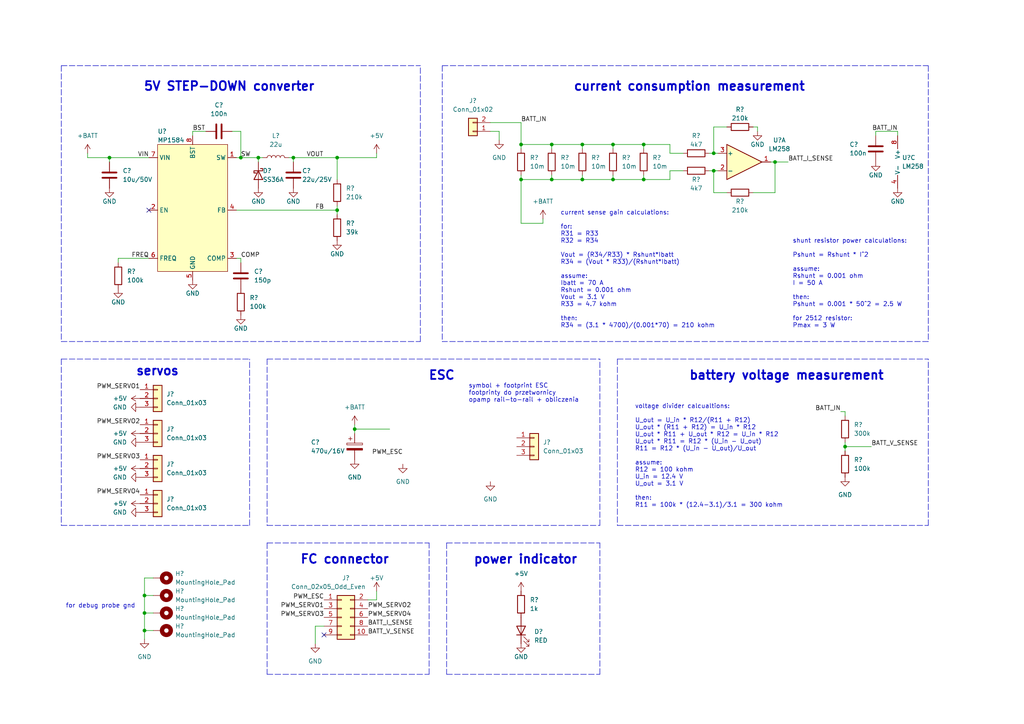
<source format=kicad_sch>
(kicad_sch (version 20211123) (generator eeschema)
  (paper "A4")
  (lib_symbols
    (symbol "Amplifier_Operational:LM358" (pin_names (offset 0.127))
      (property "Reference" "U" (at 0 5.08 0))
      (property "Value" "LM358" (at 0 -5.08 0))
      (symbol "LM358_1_1"
        (polyline (pts (xy -5.08 5.08) (xy 5.08 0) (xy -5.08 -5.08) (xy -5.08 5.08)) (stroke (width 0.254)) (fill (type background)))
        (pin output line (at 7.62 0 180) (length 2.54) (name "~") (number "1"))
        (pin input line (at -7.62 -2.54 0) (length 2.54) (name "-") (number "2"))
        (pin input line (at -7.62 2.54 0) (length 2.54) (name "+") (number "3"))
      )
      (symbol "LM358_2_1"
        (polyline (pts (xy -5.08 5.08) (xy 5.08 0) (xy -5.08 -5.08) (xy -5.08 5.08)) (stroke (width 0.254)) (fill (type background)))
        (pin input line (at -7.62 2.54 0) (length 2.54) (name "+") (number "5"))
        (pin input line (at -7.62 -2.54 0) (length 2.54) (name "-") (number "6"))
        (pin output line (at 7.62 0 180) (length 2.54) (name "~") (number "7"))
      )
      (symbol "LM358_3_1"
        (pin power_in line (at -2.54 -7.62 90) (length 3.81) (name "V-") (number "4"))
        (pin power_in line (at -2.54 7.62 270) (length 3.81) (name "V+") (number "8"))
      )
    )
    (symbol "Connector_Generic:Conn_01x02" (pin_names (offset 1.016) hide)
      (property "Reference" "J" (at 0 2.54 0))
      (property "Value" "Conn_01x02" (at 0 -5.08 0))
      (symbol "Conn_01x02_1_1"
        (rectangle (start -1.27 -2.413) (end 0 -2.667) (stroke (width 0.1524)))
        (rectangle (start -1.27 0.127) (end 0 -0.127) (stroke (width 0.1524)))
        (rectangle (start -1.27 1.27) (end 1.27 -3.81) (stroke (width 0.254)) (fill (type background)))
        (pin passive line (at -5.08 0 0) (length 3.81) (name "Pin_1") (number "1"))
        (pin passive line (at -5.08 -2.54 0) (length 3.81) (name "Pin_2") (number "2"))
      )
    )
    (symbol "Connector_Generic:Conn_01x03" (pin_names (offset 1.016) hide)
      (property "Reference" "J" (at 0 5.08 0))
      (property "Value" "Conn_01x03" (at 0 -5.08 0))
      (symbol "Conn_01x03_1_1"
        (rectangle (start -1.27 -2.413) (end 0 -2.667) (stroke (width 0.1524)))
        (rectangle (start -1.27 0.127) (end 0 -0.127) (stroke (width 0.1524)))
        (rectangle (start -1.27 2.667) (end 0 2.413) (stroke (width 0.1524)))
        (rectangle (start -1.27 3.81) (end 1.27 -3.81) (stroke (width 0.254)) (fill (type background)))
        (pin passive line (at -5.08 2.54 0) (length 3.81) (name "Pin_1") (number "1"))
        (pin passive line (at -5.08 0 0) (length 3.81) (name "Pin_2") (number "2"))
        (pin passive line (at -5.08 -2.54 0) (length 3.81) (name "Pin_3") (number "3"))
      )
    )
    (symbol "Connector_Generic:Conn_02x05_Odd_Even" (pin_names (offset 1.016) hide)
      (property "Reference" "J" (at 1.27 7.62 0))
      (property "Value" "Conn_02x05_Odd_Even" (at 1.27 -7.62 0))
      (symbol "Conn_02x05_Odd_Even_1_1"
        (rectangle (start -1.27 -4.953) (end 0 -5.207) (stroke (width 0.1524)))
        (rectangle (start -1.27 -2.413) (end 0 -2.667) (stroke (width 0.1524)))
        (rectangle (start -1.27 0.127) (end 0 -0.127) (stroke (width 0.1524)))
        (rectangle (start -1.27 2.667) (end 0 2.413) (stroke (width 0.1524)))
        (rectangle (start -1.27 5.207) (end 0 4.953) (stroke (width 0.1524)))
        (rectangle (start -1.27 6.35) (end 3.81 -6.35) (stroke (width 0.254)) (fill (type background)))
        (rectangle (start 3.81 -4.953) (end 2.54 -5.207) (stroke (width 0.1524)))
        (rectangle (start 3.81 -2.413) (end 2.54 -2.667) (stroke (width 0.1524)))
        (rectangle (start 3.81 0.127) (end 2.54 -0.127) (stroke (width 0.1524)))
        (rectangle (start 3.81 2.667) (end 2.54 2.413) (stroke (width 0.1524)))
        (rectangle (start 3.81 5.207) (end 2.54 4.953) (stroke (width 0.1524)))
        (pin passive line (at -5.08 5.08 0) (length 3.81) (name "Pin_1") (number "1"))
        (pin passive line (at 7.62 -5.08 180) (length 3.81) (name "Pin_10") (number "10"))
        (pin passive line (at 7.62 5.08 180) (length 3.81) (name "Pin_2") (number "2"))
        (pin passive line (at -5.08 2.54 0) (length 3.81) (name "Pin_3") (number "3"))
        (pin passive line (at 7.62 2.54 180) (length 3.81) (name "Pin_4") (number "4"))
        (pin passive line (at -5.08 0 0) (length 3.81) (name "Pin_5") (number "5"))
        (pin passive line (at 7.62 0 180) (length 3.81) (name "Pin_6") (number "6"))
        (pin passive line (at -5.08 -2.54 0) (length 3.81) (name "Pin_7") (number "7"))
        (pin passive line (at 7.62 -2.54 180) (length 3.81) (name "Pin_8") (number "8"))
        (pin passive line (at -5.08 -5.08 0) (length 3.81) (name "Pin_9") (number "9"))
      )
    )
    (symbol "Device:C" (pin_numbers hide) (pin_names (offset 0.254))
      (property "Reference" "C" (at 0.635 2.54 0))
      (property "Value" "C" (at 0.635 -2.54 0))
      (symbol "C_0_1"
        (polyline (pts (xy -2.032 -0.762) (xy 2.032 -0.762)) (stroke (width 0.508)))
        (polyline (pts (xy -2.032 0.762) (xy 2.032 0.762)) (stroke (width 0.508)))
      )
      (symbol "C_1_1"
        (pin passive line (at 0 3.81 270) (length 2.794) (name "~") (number "1"))
        (pin passive line (at 0 -3.81 90) (length 2.794) (name "~") (number "2"))
      )
    )
    (symbol "Device:C_Polarized" (pin_numbers hide) (pin_names (offset 0.254))
      (property "Reference" "C" (at 0.635 2.54 0))
      (property "Value" "C_Polarized" (at 0.635 -2.54 0))
      (symbol "C_Polarized_0_1"
        (rectangle (start -2.286 0.508) (end 2.286 1.016))
        (polyline (pts (xy -1.778 2.286) (xy -0.762 2.286)))
        (polyline (pts (xy -1.27 2.794) (xy -1.27 1.778)))
        (rectangle (start 2.286 -0.508) (end -2.286 -1.016) (fill (type outline)))
      )
      (symbol "C_Polarized_1_1"
        (pin passive line (at 0 3.81 270) (length 2.794) (name "~") (number "1"))
        (pin passive line (at 0 -3.81 90) (length 2.794) (name "~") (number "2"))
      )
    )
    (symbol "Device:D_Schottky" (pin_numbers hide) (pin_names (offset 1.016) hide)
      (property "Reference" "D" (at 0 2.54 0))
      (property "Value" "D_Schottky" (at 0 -2.54 0))
      (symbol "D_Schottky_0_1"
        (polyline (pts (xy 1.27 0) (xy -1.27 0)))
        (polyline (pts (xy 1.27 1.27) (xy 1.27 -1.27) (xy -1.27 0) (xy 1.27 1.27)) (stroke (width 0.254)))
        (polyline (pts (xy -1.905 0.635) (xy -1.905 1.27) (xy -1.27 1.27) (xy -1.27 -1.27) (xy -0.635 -1.27) (xy -0.635 -0.635)) (stroke (width 0.254)))
      )
      (symbol "D_Schottky_1_1"
        (pin passive line (at -3.81 0 0) (length 2.54) (name "K") (number "1"))
        (pin passive line (at 3.81 0 180) (length 2.54) (name "A") (number "2"))
      )
    )
    (symbol "Device:L" (pin_numbers hide) (pin_names (offset 1.016) hide)
      (property "Reference" "L" (at -1.27 0 90))
      (property "Value" "L" (at 1.905 0 90))
      (symbol "L_0_1"
        (arc (start 0 -2.54) (mid 0.635 -1.905) (end 0 -1.27))
        (arc (start 0 -1.27) (mid 0.635 -0.635) (end 0 0))
        (arc (start 0 0) (mid 0.635 0.635) (end 0 1.27))
        (arc (start 0 1.27) (mid 0.635 1.905) (end 0 2.54))
      )
      (symbol "L_1_1"
        (pin passive line (at 0 3.81 270) (length 1.27) (name "1") (number "1"))
        (pin passive line (at 0 -3.81 90) (length 1.27) (name "2") (number "2"))
      )
    )
    (symbol "Device:LED" (pin_numbers hide) (pin_names (offset 1.016) hide)
      (property "Reference" "D" (at 0 2.54 0))
      (property "Value" "LED" (at 0 -2.54 0))
      (symbol "LED_0_1"
        (polyline (pts (xy -1.27 -1.27) (xy -1.27 1.27)) (stroke (width 0.254)))
        (polyline (pts (xy -1.27 0) (xy 1.27 0)))
        (polyline (pts (xy 1.27 -1.27) (xy 1.27 1.27) (xy -1.27 0) (xy 1.27 -1.27)) (stroke (width 0.254)))
        (polyline (pts (xy -3.048 -0.762) (xy -4.572 -2.286) (xy -3.81 -2.286) (xy -4.572 -2.286) (xy -4.572 -1.524)))
        (polyline (pts (xy -1.778 -0.762) (xy -3.302 -2.286) (xy -2.54 -2.286) (xy -3.302 -2.286) (xy -3.302 -1.524)))
      )
      (symbol "LED_1_1"
        (pin passive line (at -3.81 0 0) (length 2.54) (name "K") (number "1"))
        (pin passive line (at 3.81 0 180) (length 2.54) (name "A") (number "2"))
      )
    )
    (symbol "Device:R" (pin_numbers hide) (pin_names (offset 0))
      (property "Reference" "R" (at 2.032 0 90))
      (property "Value" "R" (at 0 0 90))
      (symbol "R_0_1"
        (rectangle (start -1.016 -2.54) (end 1.016 2.54) (stroke (width 0.254)))
      )
      (symbol "R_1_1"
        (pin passive line (at 0 3.81 270) (length 1.27) (name "~") (number "1"))
        (pin passive line (at 0 -3.81 90) (length 1.27) (name "~") (number "2"))
      )
    )
    (symbol "Mechanical:MountingHole_Pad" (pin_numbers hide) (pin_names (offset 1.016) hide)
      (property "Reference" "H" (at 0 6.35 0))
      (property "Value" "MountingHole_Pad" (at 0 4.445 0))
      (symbol "MountingHole_Pad_0_1"
        (circle (center 0 1.27) (radius 1.27) (stroke (width 1.27)))
      )
      (symbol "MountingHole_Pad_1_1"
        (pin input line (at 0 -2.54 90) (length 2.54) (name "1") (number "1"))
      )
    )
    (symbol "goose:MP1584"
      (property "Reference" "U" (at 6.985 22.225 0))
      (property "Value" "MP1584" (at 7.62 20.32 0))
      (symbol "MP1584_0_1"
        (rectangle (start -10.16 19.05) (end 10.16 -17.78) (fill (type background)))
      )
      (symbol "MP1584_1_1"
        (pin passive line (at 12.7 15.24 180) (length 2.54) (name "SW") (number "1"))
        (pin passive line (at -12.7 0 0) (length 2.54) (name "EN") (number "2"))
        (pin passive line (at 12.7 -13.97 180) (length 2.54) (name "COMP") (number "3"))
        (pin passive line (at 12.7 0 180) (length 2.54) (name "FB") (number "4"))
        (pin passive line (at 0 -20.32 90) (length 2.54) (name "GND") (number "5"))
        (pin passive line (at -12.7 -13.97 0) (length 2.54) (name "FREQ") (number "6"))
        (pin passive line (at -12.7 15.24 0) (length 2.54) (name "VIN") (number "7"))
        (pin passive line (at 0 21.59 270) (length 2.54) (name "BST") (number "8"))
      )
    )
    (symbol "power:+5V" (power) (pin_names (offset 0))
      (property "Value" "+5V" (at 0 3.556 0))
      (symbol "+5V_0_1"
        (polyline (pts (xy -0.762 1.27) (xy 0 2.54)))
        (polyline (pts (xy 0 0) (xy 0 2.54)))
        (polyline (pts (xy 0 2.54) (xy 0.762 1.27)))
      )
      (symbol "+5V_1_1"
        (pin power_in line (at 0 0 90) (length 0) hide (name "+5V") (number "1"))
      )
    )
    (symbol "power:+BATT" (power) (pin_names (offset 0))
      (property "Value" "+BATT" (at 0 3.556 0))
      (symbol "+BATT_0_1"
        (polyline (pts (xy -0.762 1.27) (xy 0 2.54)))
        (polyline (pts (xy 0 0) (xy 0 2.54)))
        (polyline (pts (xy 0 2.54) (xy 0.762 1.27)))
      )
      (symbol "+BATT_1_1"
        (pin power_in line (at 0 0 90) (length 0) hide (name "+BATT") (number "1"))
      )
    )
    (symbol "power:GND" (power) (pin_names (offset 0))
      (property "Value" "GND" (at 0 -3.81 0))
      (symbol "GND_0_1"
        (polyline (pts (xy 0 0) (xy 0 -1.27) (xy 1.27 -1.27) (xy 0 -2.54) (xy -1.27 -1.27) (xy 0 -1.27)))
      )
      (symbol "GND_1_1"
        (pin power_in line (at 0 0 270) (length 0) hide (name "GND") (number "1"))
      )
    )
  )
  (junction (at 177.8 52.07))
  (junction (at 186.69 41.91))
  (junction (at 41.91 172.72))
  (junction (at 245.11 129.54))
  (junction (at 160.02 41.91))
  (junction (at 160.02 52.07))
  (junction (at 41.91 177.8))
  (junction (at 97.79 45.72))
  (junction (at 151.13 41.91))
  (junction (at 69.85 45.72))
  (junction (at 74.93 45.72))
  (junction (at 168.91 41.91))
  (junction (at 41.91 182.88))
  (junction (at 151.13 52.07))
  (junction (at 207.01 44.45))
  (junction (at 168.91 52.07))
  (junction (at 186.69 52.07))
  (junction (at 97.79 60.96))
  (junction (at 224.79 46.99))
  (junction (at 102.87 124.46))
  (junction (at 85.09 45.72))
  (junction (at 177.8 41.91))
  (junction (at 207.01 49.53))
  (junction (at 31.75 45.72))
  (no_connect (at 43.18 60.96))
  (no_connect (at 93.98 184.15))
  (wire (pts (xy 142.24 38.1) (xy 144.78 38.1)))
  (polyline (pts (xy 128.27 19.05) (xy 269.24 19.05)))
  (wire (pts (xy 224.79 46.99) (xy 228.6 46.99)))
  (wire (pts (xy 207.01 44.45) (xy 208.28 44.45)))
  (wire (pts (xy 69.85 45.72) (xy 74.93 45.72)))
  (wire (pts (xy 168.91 41.91) (xy 160.02 41.91)))
  (polyline (pts (xy 269.24 99.06) (xy 128.27 99.06)))
  (wire (pts (xy 207.01 49.53) (xy 208.28 49.53)))
  (polyline (pts (xy 124.46 195.58) (xy 124.46 157.48)))
  (wire (pts (xy 68.58 60.96) (xy 97.79 60.96)))
  (wire (pts (xy 41.91 182.88) (xy 44.45 182.88)))
  (wire (pts (xy 177.8 41.91) (xy 177.8 43.18)))
  (polyline (pts (xy 179.07 152.4) (xy 269.24 152.4)))
  (polyline (pts (xy 77.47 104.14) (xy 77.47 152.4)))
  (wire (pts (xy 160.02 41.91) (xy 160.02 43.18)))
  (polyline (pts (xy 129.54 157.48) (xy 173.99 157.48)))
  (polyline (pts (xy 128.27 19.05) (xy 128.27 99.06)))
  (wire (pts (xy 25.4 45.72) (xy 31.75 45.72)))
  (polyline (pts (xy 17.78 19.05) (xy 17.78 99.06)))
  (wire (pts (xy 102.87 124.46) (xy 113.03 124.46)))
  (wire (pts (xy 68.58 74.93) (xy 69.85 74.93)))
  (wire (pts (xy 219.71 36.83) (xy 218.44 36.83)))
  (polyline (pts (xy 17.78 104.14) (xy 72.39 104.14)))
  (wire (pts (xy 168.91 41.91) (xy 168.91 43.18)))
  (wire (pts (xy 151.13 52.07) (xy 160.02 52.07)))
  (wire (pts (xy 160.02 52.07) (xy 168.91 52.07)))
  (wire (pts (xy 109.22 45.72) (xy 97.79 45.72)))
  (wire (pts (xy 102.87 123.19) (xy 102.87 124.46)))
  (polyline (pts (xy 77.47 157.48) (xy 77.47 195.58)))
  (wire (pts (xy 207.01 49.53) (xy 207.01 55.88)))
  (wire (pts (xy 106.68 173.99) (xy 109.22 173.99)))
  (wire (pts (xy 260.35 38.1) (xy 260.35 39.37)))
  (wire (pts (xy 194.31 52.07) (xy 194.31 49.53)))
  (wire (pts (xy 168.91 50.8) (xy 168.91 52.07)))
  (polyline (pts (xy 129.54 157.48) (xy 129.54 195.58)))
  (wire (pts (xy 186.69 52.07) (xy 194.31 52.07)))
  (wire (pts (xy 91.44 181.61) (xy 93.98 181.61)))
  (wire (pts (xy 41.91 172.72) (xy 44.45 172.72)))
  (wire (pts (xy 74.93 45.72) (xy 76.2 45.72)))
  (polyline (pts (xy 179.07 104.14) (xy 269.24 104.14)))
  (polyline (pts (xy 173.99 195.58) (xy 173.99 157.48)))
  (wire (pts (xy 245.11 129.54) (xy 245.11 130.81)))
  (wire (pts (xy 186.69 41.91) (xy 177.8 41.91)))
  (wire (pts (xy 160.02 50.8) (xy 160.02 52.07)))
  (wire (pts (xy 243.84 119.38) (xy 245.11 119.38)))
  (wire (pts (xy 41.91 177.8) (xy 44.45 177.8)))
  (wire (pts (xy 31.75 45.72) (xy 31.75 46.99)))
  (wire (pts (xy 177.8 52.07) (xy 186.69 52.07)))
  (polyline (pts (xy 17.78 152.4) (xy 72.39 152.4)))
  (wire (pts (xy 85.09 45.72) (xy 97.79 45.72)))
  (wire (pts (xy 186.69 41.91) (xy 186.69 43.18)))
  (wire (pts (xy 151.13 41.91) (xy 151.13 43.18)))
  (wire (pts (xy 69.85 38.1) (xy 69.85 45.72)))
  (wire (pts (xy 260.35 38.1) (xy 254 38.1)))
  (wire (pts (xy 207.01 55.88) (xy 210.82 55.88)))
  (wire (pts (xy 144.78 40.64) (xy 144.78 38.1)))
  (wire (pts (xy 69.85 74.93) (xy 69.85 76.2)))
  (polyline (pts (xy 17.78 99.06) (xy 121.92 99.06)))
  (wire (pts (xy 160.02 41.91) (xy 151.13 41.91)))
  (wire (pts (xy 31.75 45.72) (xy 43.18 45.72)))
  (wire (pts (xy 157.48 64.77) (xy 157.48 63.5)))
  (wire (pts (xy 186.69 50.8) (xy 186.69 52.07)))
  (wire (pts (xy 97.79 45.72) (xy 97.79 52.07)))
  (wire (pts (xy 83.82 45.72) (xy 85.09 45.72)))
  (polyline (pts (xy 77.47 195.58) (xy 124.46 195.58)))
  (wire (pts (xy 207.01 36.83) (xy 210.82 36.83)))
  (wire (pts (xy 194.31 44.45) (xy 198.12 44.45)))
  (polyline (pts (xy 173.99 152.4) (xy 173.99 104.14)))
  (polyline (pts (xy 269.24 19.05) (xy 269.24 99.06)))
  (wire (pts (xy 41.91 182.88) (xy 41.91 177.8)))
  (wire (pts (xy 194.31 49.53) (xy 198.12 49.53)))
  (wire (pts (xy 85.09 45.72) (xy 85.09 46.99)))
  (wire (pts (xy 254 38.1) (xy 254 39.37)))
  (wire (pts (xy 245.11 119.38) (xy 245.11 120.65)))
  (polyline (pts (xy 77.47 152.4) (xy 173.99 152.4)))
  (wire (pts (xy 142.24 35.56) (xy 151.13 35.56)))
  (wire (pts (xy 109.22 173.99) (xy 109.22 171.45)))
  (wire (pts (xy 218.44 55.88) (xy 224.79 55.88)))
  (wire (pts (xy 224.79 46.99) (xy 223.52 46.99)))
  (wire (pts (xy 102.87 124.46) (xy 102.87 125.73)))
  (wire (pts (xy 97.79 60.96) (xy 97.79 59.69)))
  (wire (pts (xy 97.79 60.96) (xy 97.79 62.23)))
  (polyline (pts (xy 269.24 152.4) (xy 269.24 104.14)))
  (wire (pts (xy 41.91 172.72) (xy 41.91 167.64)))
  (wire (pts (xy 34.29 74.93) (xy 43.18 74.93)))
  (wire (pts (xy 68.58 45.72) (xy 69.85 45.72)))
  (wire (pts (xy 41.91 167.64) (xy 44.45 167.64)))
  (polyline (pts (xy 77.47 157.48) (xy 124.46 157.48)))
  (wire (pts (xy 55.88 38.1) (xy 59.69 38.1)))
  (wire (pts (xy 194.31 41.91) (xy 194.31 44.45)))
  (wire (pts (xy 205.74 44.45) (xy 207.01 44.45)))
  (wire (pts (xy 34.29 76.2) (xy 34.29 74.93)))
  (wire (pts (xy 245.11 129.54) (xy 252.73 129.54)))
  (wire (pts (xy 177.8 50.8) (xy 177.8 52.07)))
  (polyline (pts (xy 72.39 152.4) (xy 72.39 104.14)))
  (wire (pts (xy 25.4 44.45) (xy 25.4 45.72)))
  (polyline (pts (xy 179.07 104.14) (xy 179.07 152.4)))
  (polyline (pts (xy 17.78 19.05) (xy 121.92 19.05)))
  (wire (pts (xy 177.8 41.91) (xy 168.91 41.91)))
  (polyline (pts (xy 77.47 104.14) (xy 173.99 104.14)))
  (wire (pts (xy 168.91 52.07) (xy 177.8 52.07)))
  (wire (pts (xy 151.13 50.8) (xy 151.13 52.07)))
  (wire (pts (xy 41.91 177.8) (xy 41.91 172.72)))
  (wire (pts (xy 151.13 52.07) (xy 151.13 64.77)))
  (wire (pts (xy 224.79 55.88) (xy 224.79 46.99)))
  (wire (pts (xy 109.22 44.45) (xy 109.22 45.72)))
  (wire (pts (xy 67.31 38.1) (xy 69.85 38.1)))
  (polyline (pts (xy 121.92 99.06) (xy 121.92 19.05)))
  (wire (pts (xy 41.91 185.42) (xy 41.91 182.88)))
  (wire (pts (xy 55.88 39.37) (xy 55.88 38.1)))
  (wire (pts (xy 186.69 41.91) (xy 194.31 41.91)))
  (wire (pts (xy 91.44 181.61) (xy 91.44 186.69)))
  (wire (pts (xy 205.74 49.53) (xy 207.01 49.53)))
  (wire (pts (xy 151.13 64.77) (xy 157.48 64.77)))
  (wire (pts (xy 245.11 128.27) (xy 245.11 129.54)))
  (polyline (pts (xy 17.78 104.14) (xy 17.78 152.4)))
  (wire (pts (xy 151.13 35.56) (xy 151.13 41.91)))
  (wire (pts (xy 219.71 38.1) (xy 219.71 36.83)))
  (wire (pts (xy 207.01 44.45) (xy 207.01 36.83)))
  (polyline (pts (xy 129.54 195.58) (xy 173.99 195.58)))
  (wire (pts (xy 74.93 45.72) (xy 74.93 46.99)))
  (text "symbol + footprint ESC\nfootprinty do przetwornicy\nopamp rail-to-rail + obliczenia" (at 135.89 116.84 0) (effects (font (size 1.27 1.27)) (justify left bottom)))
  (text "shunt resistor power calculations:\n\nPshunt = Rshunt * I^2\n\nassume:\nRshunt = 0.001 ohm\nI = 50 A\n\nthen:\nPshunt = 0.001 * 50^2 = 2.5 W\n\nfor 2512 resistor:\nPmax = 3 W \n" (at 229.87 95.25 0) (effects (font (size 1.27 1.27)) (justify left bottom)))
  (text "FC connector" (at 113.03 163.83 180) (effects (font (size 2.54 2.54) (thickness 0.508) bold) (justify right bottom)))
  (text "current consumption measurement" (at 233.68 26.67 180) (effects (font (size 2.54 2.54) (thickness 0.508) bold) (justify right bottom)))
  (text "ESC" (at 132.08 110.49 180) (effects (font (size 2.54 2.54) (thickness 0.508) bold) (justify right bottom)))
  (text "for debug probe gnd\n" (at 19.05 176.53 0) (effects (font (size 1.27 1.27)) (justify left bottom)))
  (text "power indicator" (at 167.64 163.83 180) (effects (font (size 2.54 2.54) (thickness 0.508) bold) (justify right bottom)))
  (text "5V STEP-DOWN converter" (at 91.44 26.67 180) (effects (font (size 2.54 2.54) (thickness 0.508) bold) (justify right bottom)))
  (text "servos" (at 52.07 109.22 180) (effects (font (size 2.54 2.54) (thickness 0.508) bold) (justify right bottom)))
  (text "current sense gain calculations:\n\nfor:\nR31 = R33\nR32 = R34\n\nVout = (R34/R33) * Rshunt*Ibatt\nR34 = (Vout * R33)/(Rshunt*Ibatt)\n\nassume:\nIbatt = 70 A\nRshunt = 0.001 ohm\nVout = 3.1 V\nR33 = 4.7 kohm\n\nthen:\nR34 = (3.1 * 4700)/(0.001*70) = 210 kohm" (at 162.56 95.25 0) (effects (font (size 1.27 1.27)) (justify left bottom)))
  (text "voltage divider calcualtions:\n\nU_out = U_in * R12/(R11 + R12)\nU_out * (R11 + R12) = U_in * R12\nU_out * R11 + U_out * R12 = U_in * R12\nU_out * R11 = R12 * (U_in - U_out)\nR11 = R12 * (U_in - U_out)/U_out\n\nassume:\nR12 = 100 kohm\nU_in = 12.4 V\nU_out = 3.1 V\n\nthen:\nR11 = 100k * (12.4-3.1)/3.1 = 300 kohm" (at 184.15 147.32 0) (effects (font (size 1.27 1.27)) (justify left bottom)))
  (text "battery voltage measurement" (at 256.54 110.49 180) (effects (font (size 2.54 2.54) (thickness 0.508) bold) (justify right bottom)))
  (label "BATT_IN" (at 260.35 38.1 180))
  (label "PWM_SERVO2" (at 106.68 176.53 0))
  (label "BATT_IN" (at 151.13 35.56 0))
  (label "FB" (at 91.44 60.96 0))
  (label "PWM_SERVO1" (at 40.64 113.03 180))
  (label "VOUT" (at 88.9 45.72 0))
  (label "PWM_SERVO1" (at 93.98 176.53 180))
  (label "VIN" (at 43.18 45.72 180))
  (label "PWM_ESC" (at 116.84 132.08 180))
  (label "BATT_IN" (at 243.84 119.38 180))
  (label "SW" (at 69.85 45.72 0))
  (label "PWM_SERVO2" (at 40.64 123.19 180))
  (label "PWM_SERVO4" (at 40.64 143.51 180))
  (label "COMP" (at 69.85 74.93 0))
  (label "BATT_V_SENSE" (at 252.73 129.54 0))
  (label "PWM_ESC" (at 93.98 173.99 180))
  (label "BATT_I_SENSE" (at 106.68 181.61 0))
  (label "FREQ" (at 43.18 74.93 180))
  (label "BATT_V_SENSE" (at 106.68 184.15 0))
  (label "PWM_SERVO3" (at 93.98 179.07 180))
  (label "BATT_I_SENSE" (at 228.6 46.99 0))
  (label "BST" (at 55.88 38.1 0))
  (label "PWM_SERVO3" (at 40.64 133.35 180))
  (label "PWM_SERVO4" (at 106.68 179.07 0))
  (symbol (lib_id "Mechanical:MountingHole_Pad") (at 46.99 182.88 270) (unit 1)
    (property "Reference" "H?" (at 50.8 181.6099 90) (effects (justify left)))
    (property "Value" "MountingHole_Pad" (at 50.8 184.1499 90) (effects (justify left)))
    (property "Footprint" "MountingHole:MountingHole_3.2mm_M3_Pad_Via" (effects hide))
  )
  (symbol (lib_id "power:+5V") (at 40.64 135.89 90) (unit 1)
    (property "Reference" "#PWR?" (effects hide))
    (property "Value" "+5V" (at 36.83 135.89 90) (effects (justify left)))
  )
  (symbol (lib_id "power:GND") (at 55.88 81.28 0) (unit 1)
    (property "Reference" "#PWR?" (effects hide))
    (property "Value" "GND" (at 55.88 85.09 0))
  )
  (symbol (lib_id "Device:R") (at 160.02 46.99 180) (unit 1)
    (property "Reference" "R?" (at 162.56 45.7199 0) (effects (justify right)))
    (property "Value" "10m" (at 162.56 48.2599 0) (effects (justify right)))
    (property "Footprint" "Resistor_SMD:R_2512_6332Metric" (effects hide))
  )
  (symbol (lib_id "Connector_Generic:Conn_01x03") (at 45.72 115.57 0) (unit 1)
    (property "Reference" "J?" (at 48.26 114.2999 0) (effects (justify left)))
    (property "Value" "Conn_01x03" (at 48.26 116.8399 0) (effects (justify left)))
  )
  (symbol (lib_id "power:GND") (at 260.35 54.61 0) (unit 1)
    (property "Reference" "#PWR?" (effects hide))
    (property "Value" "GND" (at 260.35 58.42 0))
  )
  (symbol (lib_id "Mechanical:MountingHole_Pad") (at 46.99 172.72 270) (unit 1)
    (property "Reference" "H?" (at 50.8 171.4499 90) (effects (justify left)))
    (property "Value" "MountingHole_Pad" (at 50.8 173.9899 90) (effects (justify left)))
    (property "Footprint" "MountingHole:MountingHole_3.2mm_M3_Pad_Via" (effects hide))
  )
  (symbol (lib_id "Device:R") (at 97.79 55.88 180) (unit 1)
    (property "Reference" "R?" (at 100.33 54.6099 0) (effects (justify right)))
    (property "Value" "210k" (at 100.33 57.1499 0) (effects (justify right)))
    (property "Footprint" "Resistor_SMD:R_0603_1608Metric" (effects hide))
  )
  (symbol (lib_id "Device:R") (at 245.11 124.46 0) (unit 1)
    (property "Reference" "R?" (at 247.65 123.1899 0) (effects (justify left)))
    (property "Value" "300k" (at 247.65 125.7299 0) (effects (justify left)))
    (property "Footprint" "Resistor_SMD:R_0603_1608Metric" (effects hide))
  )
  (symbol (lib_id "Mechanical:MountingHole_Pad") (at 46.99 177.8 270) (unit 1)
    (property "Reference" "H?" (at 50.8 176.5299 90) (effects (justify left)))
    (property "Value" "MountingHole_Pad" (at 50.8 179.0699 90) (effects (justify left)))
    (property "Footprint" "MountingHole:MountingHole_3.2mm_M3_Pad_Via" (effects hide))
  )
  (symbol (lib_id "Device:R") (at 168.91 46.99 180) (unit 1)
    (property "Reference" "R?" (at 171.45 45.7199 0) (effects (justify right)))
    (property "Value" "10m" (at 171.45 48.2599 0) (effects (justify right)))
    (property "Footprint" "Resistor_SMD:R_2512_6332Metric" (effects hide))
  )
  (symbol (lib_id "Device:R") (at 177.8 46.99 180) (unit 1)
    (property "Reference" "R?" (at 180.34 45.7199 0) (effects (justify right)))
    (property "Value" "10m" (at 180.34 48.2599 0) (effects (justify right)))
    (property "Footprint" "Resistor_SMD:R_2512_6332Metric" (effects hide))
  )
  (symbol (lib_id "Amplifier_Operational:LM358") (at 215.9 46.99 0) (unit 1)
    (property "Reference" "U?" (at 226.06 40.64 0))
    (property "Value" "LM258" (at 226.06 43.18 0))
    (property "Footprint" "Package_SO:SOIC-8_3.9x4.9mm_P1.27mm" (effects hide))
    (property "Datasheet" "http://www.ti.com/lit/ds/symlink/lm2904-n.pdf" (effects hide))
  )
  (symbol (lib_id "power:GND") (at 151.13 186.69 0) (unit 1)
    (property "Reference" "#PWR?" (effects hide))
    (property "Value" "GND" (at 151.13 190.5 0))
  )
  (symbol (lib_id "Device:R") (at 151.13 175.26 0) (unit 1)
    (property "Reference" "R?" (at 153.67 173.9899 0) (effects (justify left)))
    (property "Value" "1k" (at 153.67 176.5299 0) (effects (justify left)))
    (property "Footprint" "Resistor_SMD:R_0603_1608Metric" (effects hide))
  )
  (symbol (lib_id "power:GND") (at 69.85 91.44 0) (unit 1)
    (property "Reference" "#PWR?" (effects hide))
    (property "Value" "GND" (at 69.85 95.25 0))
  )
  (symbol (lib_id "Device:R") (at 69.85 87.63 0) (unit 1)
    (property "Reference" "R?" (at 72.39 86.3599 0) (effects (justify left)))
    (property "Value" "100k" (at 72.39 88.8999 0) (effects (justify left)))
    (property "Footprint" "Resistor_SMD:R_0603_1608Metric" (effects hide))
  )
  (symbol (lib_id "power:+BATT") (at 102.87 123.19 0) (unit 1)
    (property "Reference" "#PWR?" (effects hide))
    (property "Value" "+BATT" (at 102.87 118.11 0))
  )
  (symbol (lib_id "Device:C") (at 85.09 50.8 180) (unit 1)
    (property "Reference" "C?" (at 87.63 49.53 0) (effects (justify right)))
    (property "Value" "22u/25V" (at 87.63 52.07 0) (effects (justify right)))
    (property "Footprint" "Capacitor_SMD:C_1206_3216Metric" (effects hide))
  )
  (symbol (lib_id "Device:R") (at 201.93 49.53 90) (unit 1)
    (property "Reference" "R?" (at 201.93 52.07 90))
    (property "Value" "4k7" (at 201.93 54.61 90))
    (property "Footprint" "Resistor_SMD:R_0603_1608Metric" (effects hide))
  )
  (symbol (lib_id "Connector_Generic:Conn_01x03") (at 45.72 125.73 0) (unit 1)
    (property "Reference" "J?" (at 48.26 124.4599 0) (effects (justify left)))
    (property "Value" "Conn_01x03" (at 48.26 126.9999 0) (effects (justify left)))
  )
  (symbol (lib_id "power:GND") (at 97.79 69.85 0) (unit 1)
    (property "Reference" "#PWR?" (effects hide))
    (property "Value" "GND" (at 97.79 73.66 0))
  )
  (symbol (lib_id "power:GND") (at 34.29 83.82 0) (unit 1)
    (property "Reference" "#PWR?" (effects hide))
    (property "Value" "GND" (at 34.29 87.63 0))
  )
  (symbol (lib_id "Connector_Generic:Conn_02x05_Odd_Even") (at 99.06 179.07 0) (unit 1)
    (property "Reference" "J?" (at 100.33 167.64 0))
    (property "Value" "Conn_02x05_Odd_Even" (at 95.25 170.18 0))
    (property "Footprint" "Connector_IDC:IDC-Header_2x05_P2.54mm_Vertical" (effects hide))
  )
  (symbol (lib_id "Device:C_Polarized") (at 102.87 129.54 0) (unit 1)
    (property "Reference" "C?" (at 90.17 128.27 0) (effects (justify left)))
    (property "Value" "470u/16V" (at 90.17 130.81 0) (effects (justify left)))
  )
  (symbol (lib_id "Device:R") (at 214.63 36.83 270) (unit 1)
    (property "Reference" "R?" (at 214.63 31.75 90))
    (property "Value" "210k" (at 214.63 34.29 90))
    (property "Footprint" "Resistor_SMD:R_0603_1608Metric" (effects hide))
  )
  (symbol (lib_id "power:GND") (at 102.87 133.35 0) (unit 1)
    (property "Reference" "#PWR?" (effects hide))
    (property "Value" "GND" (at 102.87 138.43 0))
  )
  (symbol (lib_id "Device:C") (at 63.5 38.1 90) (unit 1)
    (property "Reference" "C?" (at 63.5 30.48 90))
    (property "Value" "100n" (at 63.5 33.02 90))
    (property "Footprint" "Capacitor_SMD:C_0603_1608Metric" (effects hide))
  )
  (symbol (lib_id "power:GND") (at 74.93 54.61 0) (unit 1)
    (property "Reference" "#PWR?" (effects hide))
    (property "Value" "GND" (at 74.93 58.42 0))
  )
  (symbol (lib_id "power:GND") (at 40.64 128.27 270) (unit 1)
    (property "Reference" "#PWR?" (effects hide))
    (property "Value" "GND" (at 36.83 128.27 90) (effects (justify right)))
  )
  (symbol (lib_id "power:GND") (at 41.91 185.42 0) (unit 1)
    (property "Reference" "#PWR?" (effects hide))
    (property "Value" "GND" (at 41.91 190.5 0))
  )
  (symbol (lib_id "power:GND") (at 91.44 186.69 0) (unit 1)
    (property "Reference" "#PWR?" (effects hide))
    (property "Value" "GND" (at 91.44 191.77 0))
  )
  (symbol (lib_id "Device:R") (at 151.13 46.99 180) (unit 1)
    (property "Reference" "R?" (at 153.67 45.7199 0) (effects (justify right)))
    (property "Value" "10m" (at 153.67 48.2599 0) (effects (justify right)))
    (property "Footprint" "Resistor_SMD:R_2512_6332Metric" (effects hide))
  )
  (symbol (lib_id "Device:R") (at 34.29 80.01 0) (unit 1)
    (property "Reference" "R?" (at 36.83 78.7399 0) (effects (justify left)))
    (property "Value" "100k" (at 36.83 81.2799 0) (effects (justify left)))
    (property "Footprint" "Resistor_SMD:R_0603_1608Metric" (effects hide))
  )
  (symbol (lib_id "power:+5V") (at 40.64 115.57 90) (unit 1)
    (property "Reference" "#PWR?" (effects hide))
    (property "Value" "+5V" (at 36.83 115.57 90) (effects (justify left)))
  )
  (symbol (lib_id "Device:D_Schottky") (at 74.93 50.8 270) (unit 1)
    (property "Reference" "D?" (at 76.2 49.53 90) (effects (justify left)))
    (property "Value" "SS36A" (at 76.2 52.07 90) (effects (justify left)))
    (property "Footprint" "Diode_SMD:D_SMA" (effects hide))
  )
  (symbol (lib_id "Amplifier_Operational:LM358") (at 262.89 46.99 0) (unit 3)
    (property "Reference" "U?" (at 261.62 45.7199 0) (effects (justify left)))
    (property "Value" "LM258" (at 261.62 48.2599 0) (effects (justify left)))
    (property "Footprint" "Package_SO:SOIC-8_3.9x4.9mm_P1.27mm" (effects hide))
    (property "Datasheet" "http://www.ti.com/lit/ds/symlink/lm2904-n.pdf" (effects hide))
  )
  (symbol (lib_id "Device:R") (at 214.63 55.88 90) (unit 1)
    (property "Reference" "R?" (at 214.63 58.42 90))
    (property "Value" "210k" (at 214.63 60.96 90))
    (property "Footprint" "Resistor_SMD:R_0603_1608Metric" (effects hide))
  )
  (symbol (lib_id "Device:LED") (at 151.13 182.88 90) (unit 1)
    (property "Reference" "D?" (at 154.94 183.1974 90) (effects (justify right)))
    (property "Value" "RED" (at 154.94 185.7374 90) (effects (justify right)))
    (property "Footprint" "LED_SMD:LED_0603_1608Metric" (effects hide))
  )
  (symbol (lib_id "Connector_Generic:Conn_01x03") (at 45.72 135.89 0) (unit 1)
    (property "Reference" "J?" (at 48.26 134.6199 0) (effects (justify left)))
    (property "Value" "Conn_01x03" (at 48.26 137.1599 0) (effects (justify left)))
  )
  (symbol (lib_id "Device:L") (at 80.01 45.72 90) (unit 1)
    (property "Reference" "L?" (at 80.01 39.37 90))
    (property "Value" "22u" (at 80.01 41.91 90))
    (property "Footprint" "Inductor_SMD:L_12x12mm_H6mm" (effects hide))
  )
  (symbol (lib_id "Device:C") (at 69.85 80.01 0) (unit 1)
    (property "Reference" "C?" (at 73.66 78.7399 0) (effects (justify left)))
    (property "Value" "150p" (at 73.66 81.2799 0) (effects (justify left)))
    (property "Footprint" "Capacitor_SMD:C_0603_1608Metric" (effects hide))
  )
  (symbol (lib_id "power:GND") (at 85.09 54.61 0) (unit 1)
    (property "Reference" "#PWR?" (effects hide))
    (property "Value" "GND" (at 85.09 58.42 0))
  )
  (symbol (lib_id "power:GND") (at 142.24 139.7 0) (unit 1)
    (property "Reference" "#PWR?" (effects hide))
    (property "Value" "GND" (at 142.24 144.78 0))
  )
  (symbol (lib_id "Mechanical:MountingHole_Pad") (at 46.99 167.64 270) (unit 1)
    (property "Reference" "H?" (at 50.8 166.3699 90) (effects (justify left)))
    (property "Value" "MountingHole_Pad" (at 50.8 168.9099 90) (effects (justify left)))
    (property "Footprint" "MountingHole:MountingHole_3.2mm_M3_Pad_Via" (effects hide))
  )
  (symbol (lib_id "power:GND") (at 40.64 138.43 270) (unit 1)
    (property "Reference" "#PWR?" (effects hide))
    (property "Value" "GND" (at 36.83 138.43 90) (effects (justify right)))
  )
  (symbol (lib_id "Connector_Generic:Conn_01x03") (at 45.72 146.05 0) (unit 1)
    (property "Reference" "J?" (at 48.26 144.7799 0) (effects (justify left)))
    (property "Value" "Conn_01x03" (at 48.26 147.3199 0) (effects (justify left)))
  )
  (symbol (lib_id "power:GND") (at 219.71 38.1 0) (unit 1)
    (property "Reference" "#PWR?" (effects hide))
    (property "Value" "GND" (at 219.71 41.91 0))
  )
  (symbol (lib_id "power:GND") (at 40.64 148.59 270) (unit 1)
    (property "Reference" "#PWR?" (effects hide))
    (property "Value" "GND" (at 36.83 148.59 90) (effects (justify right)))
  )
  (symbol (lib_id "power:+5V") (at 40.64 125.73 90) (unit 1)
    (property "Reference" "#PWR?" (effects hide))
    (property "Value" "+5V" (at 36.83 125.73 90) (effects (justify left)))
  )
  (symbol (lib_id "power:+5V") (at 109.22 44.45 0) (unit 1)
    (property "Reference" "#PWR?" (effects hide))
    (property "Value" "+5V" (at 109.22 39.37 0))
  )
  (symbol (lib_id "power:+5V") (at 109.22 171.45 0) (unit 1)
    (property "Reference" "#PWR?" (effects hide))
    (property "Value" "+5V" (at 109.22 167.64 0))
  )
  (symbol (lib_id "power:GND") (at 116.84 134.62 0) (unit 1)
    (property "Reference" "#PWR?" (effects hide))
    (property "Value" "GND" (at 116.84 139.7 0))
  )
  (symbol (lib_id "power:GND") (at 31.75 54.61 0) (unit 1)
    (property "Reference" "#PWR?" (effects hide))
    (property "Value" "GND" (at 31.75 58.42 0))
  )
  (symbol (lib_id "power:GND") (at 254 46.99 0) (unit 1)
    (property "Reference" "#PWR?" (effects hide))
    (property "Value" "GND" (at 254 50.8 0))
  )
  (symbol (lib_id "Device:R") (at 186.69 46.99 180) (unit 1)
    (property "Reference" "R?" (at 189.23 45.7199 0) (effects (justify right)))
    (property "Value" "10m" (at 189.23 48.2599 0) (effects (justify right)))
    (property "Footprint" "Resistor_SMD:R_2512_6332Metric" (effects hide))
  )
  (symbol (lib_id "goose:MP1584") (at 55.88 60.96 0) (unit 1)
    (property "Reference" "U?" (at 45.72 38.1 0) (effects (justify left)))
    (property "Value" "MP1584" (at 45.72 40.64 0) (effects (justify left)))
    (property "Footprint" "Package_SO:SOIC-8-1EP_3.9x4.9mm_P1.27mm_EP2.62x3.51mm_ThermalVias" (effects hide))
  )
  (symbol (lib_id "power:+BATT") (at 157.48 63.5 0) (unit 1)
    (property "Reference" "#PWR?" (effects hide))
    (property "Value" "+BATT" (at 157.48 58.42 0))
  )
  (symbol (lib_id "power:GND") (at 144.78 40.64 0) (unit 1)
    (property "Reference" "#PWR?" (effects hide))
    (property "Value" "GND" (at 144.78 45.72 0))
  )
  (symbol (lib_id "Connector_Generic:Conn_01x02") (at 137.16 38.1 180) (unit 1)
    (property "Reference" "J?" (at 137.16 29.21 0))
    (property "Value" "Conn_01x02" (at 137.16 31.75 0))
    (property "Footprint" "Connector_AMASS:AMASS_XT60-M_1x02_P7.20mm_Vertical" (effects hide))
  )
  (symbol (lib_id "power:+5V") (at 40.64 146.05 90) (unit 1)
    (property "Reference" "#PWR?" (effects hide))
    (property "Value" "+5V" (at 36.83 146.05 90) (effects (justify left)))
  )
  (symbol (lib_id "Device:R") (at 97.79 66.04 180) (unit 1)
    (property "Reference" "R?" (at 100.33 64.7699 0) (effects (justify right)))
    (property "Value" "39k" (at 100.33 67.3099 0) (effects (justify right)))
    (property "Footprint" "Resistor_SMD:R_0603_1608Metric" (effects hide))
  )
  (symbol (lib_id "Device:C") (at 254 43.18 180) (unit 1)
    (property "Reference" "C?" (at 246.38 41.91 0) (effects (justify right)))
    (property "Value" "100n" (at 246.38 44.45 0) (effects (justify right)))
    (property "Footprint" "Capacitor_SMD:C_0603_1608Metric" (effects hide))
  )
  (symbol (lib_id "power:GND") (at 245.11 138.43 0) (unit 1)
    (property "Reference" "#PWR?" (effects hide))
    (property "Value" "GND" (at 245.11 143.51 0))
  )
  (symbol (lib_id "Device:R") (at 201.93 44.45 270) (unit 1)
    (property "Reference" "R?" (at 201.93 39.37 90))
    (property "Value" "4k7" (at 201.93 41.91 90))
    (property "Footprint" "Resistor_SMD:R_0603_1608Metric" (effects hide))
  )
  (symbol (lib_id "power:+5V") (at 151.13 171.45 0) (unit 1)
    (property "Reference" "#PWR?" (effects hide))
    (property "Value" "+5V" (at 151.13 166.37 0))
  )
  (symbol (lib_id "power:+BATT") (at 25.4 44.45 0) (unit 1)
    (property "Reference" "#PWR?" (effects hide))
    (property "Value" "+BATT" (at 25.4 39.37 0))
  )
  (symbol (lib_id "Connector_Generic:Conn_01x03") (at 154.94 129.54 0) (unit 1)
    (property "Reference" "J?" (at 157.48 128.2699 0) (effects (justify left)))
    (property "Value" "Conn_01x03" (at 157.48 130.8099 0) (effects (justify left)))
  )
  (symbol (lib_id "power:GND") (at 40.64 118.11 270) (unit 1)
    (property "Reference" "#PWR?" (effects hide))
    (property "Value" "GND" (at 36.83 118.11 90) (effects (justify right)))
  )
  (symbol (lib_id "Device:R") (at 245.11 134.62 0) (unit 1)
    (property "Reference" "R?" (at 247.65 133.3499 0) (effects (justify left)))
    (property "Value" "100k" (at 247.65 135.8899 0) (effects (justify left)))
    (property "Footprint" "Resistor_SMD:R_0603_1608Metric" (effects hide))
  )
  (symbol (lib_id "Device:C") (at 31.75 50.8 180) (unit 1)
    (property "Reference" "C?" (at 35.56 49.5299 0) (effects (justify right)))
    (property "Value" "10u/50V" (at 35.56 52.07 0) (effects (justify right)))
    (property "Footprint" "Capacitor_SMD:C_1206_3216Metric" (effects hide))
  )
)
</source>
